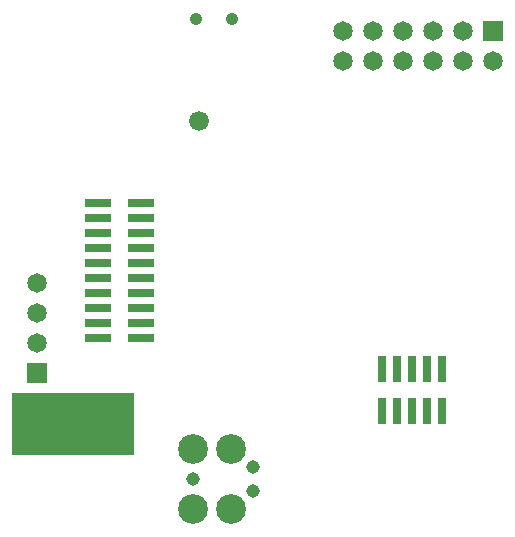
<source format=gbs>
G04 Layer_Color=16711935*
%FSLAX25Y25*%
%MOIN*%
G70*
G01*
G75*
%ADD75R,0.40600X0.20600*%
%ADD104C,0.06506*%
%ADD105R,0.06506X0.06506*%
%ADD106C,0.04143*%
%ADD107C,0.06600*%
%ADD108R,0.06506X0.06506*%
%ADD109C,0.04500*%
%ADD110C,0.09950*%
%ADD111R,0.03159X0.08868*%
%ADD112R,0.08868X0.03159*%
D75*
X20000Y-51000D02*
D03*
D104*
X8000Y-4000D02*
D03*
Y-14000D02*
D03*
Y-24000D02*
D03*
X110000Y70000D02*
D03*
X110000Y80000D02*
D03*
X120000Y70000D02*
D03*
X120000Y80000D02*
D03*
X130000Y70000D02*
D03*
Y80000D02*
D03*
X140000Y70000D02*
D03*
Y80000D02*
D03*
X150000Y70000D02*
D03*
X150000Y80000D02*
D03*
X160000Y70000D02*
D03*
D105*
X8000Y-34000D02*
D03*
D106*
X72905Y84000D02*
D03*
X61094D02*
D03*
D107*
X62000Y50000D02*
D03*
D108*
X160000Y80000D02*
D03*
D109*
X60000Y-69500D02*
D03*
X80000Y-65500D02*
D03*
X80000Y-73500D02*
D03*
D110*
X60000Y-59500D02*
D03*
X60000Y-79500D02*
D03*
X72500Y-59500D02*
D03*
X72500Y-79500D02*
D03*
D111*
X143000Y-32613D02*
D03*
X138000D02*
D03*
X133000D02*
D03*
X128000D02*
D03*
X123000D02*
D03*
X143000Y-46787D02*
D03*
X138000D02*
D03*
X133000D02*
D03*
X128000D02*
D03*
X123000D02*
D03*
D112*
X42587Y-2500D02*
D03*
X28413D02*
D03*
X42587Y-22500D02*
D03*
Y-17500D02*
D03*
Y-12500D02*
D03*
Y-7500D02*
D03*
Y2500D02*
D03*
Y7500D02*
D03*
Y12500D02*
D03*
Y17500D02*
D03*
Y22500D02*
D03*
X28413Y-22500D02*
D03*
Y-17500D02*
D03*
Y-12500D02*
D03*
Y-7500D02*
D03*
Y2500D02*
D03*
Y7500D02*
D03*
Y12500D02*
D03*
Y17500D02*
D03*
Y22500D02*
D03*
M02*

</source>
